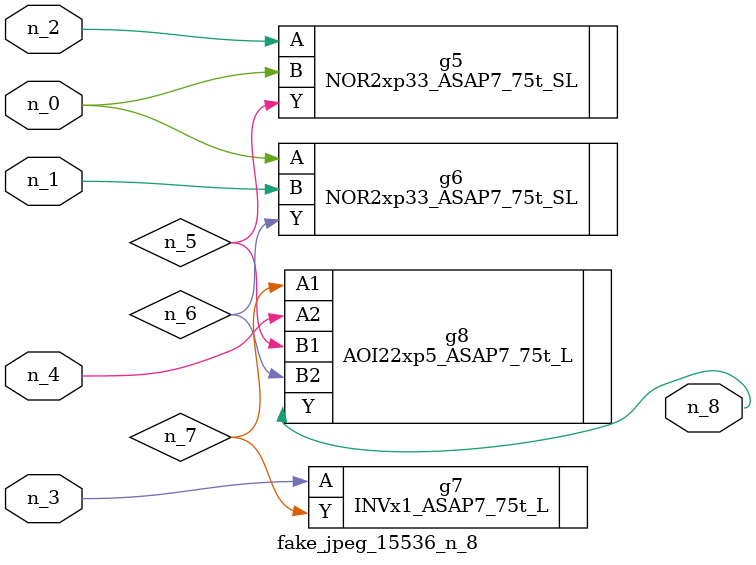
<source format=v>
module fake_jpeg_15536_n_8 (n_3, n_2, n_1, n_0, n_4, n_8);

input n_3;
input n_2;
input n_1;
input n_0;
input n_4;

output n_8;

wire n_6;
wire n_5;
wire n_7;

NOR2xp33_ASAP7_75t_SL g5 ( 
.A(n_2),
.B(n_0),
.Y(n_5)
);

NOR2xp33_ASAP7_75t_SL g6 ( 
.A(n_0),
.B(n_1),
.Y(n_6)
);

INVx1_ASAP7_75t_L g7 ( 
.A(n_3),
.Y(n_7)
);

AOI22xp5_ASAP7_75t_L g8 ( 
.A1(n_7),
.A2(n_4),
.B1(n_5),
.B2(n_6),
.Y(n_8)
);


endmodule
</source>
